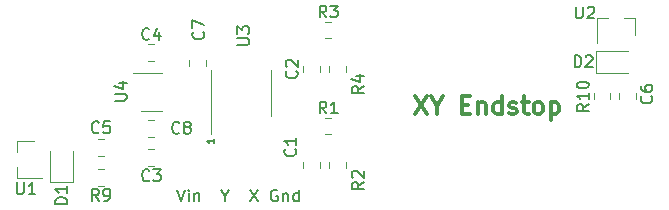
<source format=gbr>
G04 #@! TF.GenerationSoftware,KiCad,Pcbnew,(5.1.5)-3*
G04 #@! TF.CreationDate,2020-07-03T20:52:06-04:00*
G04 #@! TF.ProjectId,HallEffectXY-Endstop,48616c6c-4566-4666-9563-7458592d456e,A*
G04 #@! TF.SameCoordinates,Original*
G04 #@! TF.FileFunction,Legend,Top*
G04 #@! TF.FilePolarity,Positive*
%FSLAX46Y46*%
G04 Gerber Fmt 4.6, Leading zero omitted, Abs format (unit mm)*
G04 Created by KiCad (PCBNEW (5.1.5)-3) date 2020-07-03 20:52:06*
%MOMM*%
%LPD*%
G04 APERTURE LIST*
%ADD10C,0.150000*%
%ADD11C,0.300000*%
%ADD12C,0.120000*%
G04 APERTURE END LIST*
D10*
X137361904Y-109384380D02*
X137695238Y-110384380D01*
X138028571Y-109384380D01*
X138361904Y-110384380D02*
X138361904Y-109717714D01*
X138361904Y-109384380D02*
X138314285Y-109432000D01*
X138361904Y-109479619D01*
X138409523Y-109432000D01*
X138361904Y-109384380D01*
X138361904Y-109479619D01*
X138838095Y-109717714D02*
X138838095Y-110384380D01*
X138838095Y-109812952D02*
X138885714Y-109765333D01*
X138980952Y-109717714D01*
X139123809Y-109717714D01*
X139219047Y-109765333D01*
X139266666Y-109860571D01*
X139266666Y-110384380D01*
X141457142Y-109908190D02*
X141457142Y-110384380D01*
X141123809Y-109384380D02*
X141457142Y-109908190D01*
X141790476Y-109384380D01*
X143552380Y-109384380D02*
X144219047Y-110384380D01*
X144219047Y-109384380D02*
X143552380Y-110384380D01*
X145885714Y-109432000D02*
X145790476Y-109384380D01*
X145647619Y-109384380D01*
X145504761Y-109432000D01*
X145409523Y-109527238D01*
X145361904Y-109622476D01*
X145314285Y-109812952D01*
X145314285Y-109955809D01*
X145361904Y-110146285D01*
X145409523Y-110241523D01*
X145504761Y-110336761D01*
X145647619Y-110384380D01*
X145742857Y-110384380D01*
X145885714Y-110336761D01*
X145933333Y-110289142D01*
X145933333Y-109955809D01*
X145742857Y-109955809D01*
X146361904Y-109717714D02*
X146361904Y-110384380D01*
X146361904Y-109812952D02*
X146409523Y-109765333D01*
X146504761Y-109717714D01*
X146647619Y-109717714D01*
X146742857Y-109765333D01*
X146790476Y-109860571D01*
X146790476Y-110384380D01*
X147695238Y-110384380D02*
X147695238Y-109384380D01*
X147695238Y-110336761D02*
X147600000Y-110384380D01*
X147409523Y-110384380D01*
X147314285Y-110336761D01*
X147266666Y-110289142D01*
X147219047Y-110193904D01*
X147219047Y-109908190D01*
X147266666Y-109812952D01*
X147314285Y-109765333D01*
X147409523Y-109717714D01*
X147600000Y-109717714D01*
X147695238Y-109765333D01*
X140531428Y-105092571D02*
X140531428Y-105435428D01*
X140531428Y-105264000D02*
X139931428Y-105264000D01*
X140017142Y-105321142D01*
X140074285Y-105378285D01*
X140102857Y-105435428D01*
D11*
X157513142Y-101503071D02*
X158513142Y-103003071D01*
X158513142Y-101503071D02*
X157513142Y-103003071D01*
X159370285Y-102288785D02*
X159370285Y-103003071D01*
X158870285Y-101503071D02*
X159370285Y-102288785D01*
X159870285Y-101503071D01*
X161513142Y-102217357D02*
X162013142Y-102217357D01*
X162227428Y-103003071D02*
X161513142Y-103003071D01*
X161513142Y-101503071D01*
X162227428Y-101503071D01*
X162870285Y-102003071D02*
X162870285Y-103003071D01*
X162870285Y-102145928D02*
X162941714Y-102074500D01*
X163084571Y-102003071D01*
X163298857Y-102003071D01*
X163441714Y-102074500D01*
X163513142Y-102217357D01*
X163513142Y-103003071D01*
X164870285Y-103003071D02*
X164870285Y-101503071D01*
X164870285Y-102931642D02*
X164727428Y-103003071D01*
X164441714Y-103003071D01*
X164298857Y-102931642D01*
X164227428Y-102860214D01*
X164156000Y-102717357D01*
X164156000Y-102288785D01*
X164227428Y-102145928D01*
X164298857Y-102074500D01*
X164441714Y-102003071D01*
X164727428Y-102003071D01*
X164870285Y-102074500D01*
X165513142Y-102931642D02*
X165656000Y-103003071D01*
X165941714Y-103003071D01*
X166084571Y-102931642D01*
X166156000Y-102788785D01*
X166156000Y-102717357D01*
X166084571Y-102574500D01*
X165941714Y-102503071D01*
X165727428Y-102503071D01*
X165584571Y-102431642D01*
X165513142Y-102288785D01*
X165513142Y-102217357D01*
X165584571Y-102074500D01*
X165727428Y-102003071D01*
X165941714Y-102003071D01*
X166084571Y-102074500D01*
X166584571Y-102003071D02*
X167156000Y-102003071D01*
X166798857Y-101503071D02*
X166798857Y-102788785D01*
X166870285Y-102931642D01*
X167013142Y-103003071D01*
X167156000Y-103003071D01*
X167870285Y-103003071D02*
X167727428Y-102931642D01*
X167656000Y-102860214D01*
X167584571Y-102717357D01*
X167584571Y-102288785D01*
X167656000Y-102145928D01*
X167727428Y-102074500D01*
X167870285Y-102003071D01*
X168084571Y-102003071D01*
X168227428Y-102074500D01*
X168298857Y-102145928D01*
X168370285Y-102288785D01*
X168370285Y-102717357D01*
X168298857Y-102860214D01*
X168227428Y-102931642D01*
X168084571Y-103003071D01*
X167870285Y-103003071D01*
X169013142Y-102003071D02*
X169013142Y-103503071D01*
X169013142Y-102074500D02*
X169156000Y-102003071D01*
X169441714Y-102003071D01*
X169584571Y-102074500D01*
X169656000Y-102145928D01*
X169727428Y-102288785D01*
X169727428Y-102717357D01*
X169656000Y-102860214D01*
X169584571Y-102931642D01*
X169441714Y-103003071D01*
X169156000Y-103003071D01*
X169013142Y-102931642D01*
D12*
X149935422Y-103299000D02*
X150452578Y-103299000D01*
X149935422Y-104719000D02*
X150452578Y-104719000D01*
X151666000Y-107052422D02*
X151666000Y-107569578D01*
X150246000Y-107052422D02*
X150246000Y-107569578D01*
X149507000Y-107052422D02*
X149507000Y-107569578D01*
X148087000Y-107052422D02*
X148087000Y-107569578D01*
X126676500Y-106085000D02*
X126676500Y-108770000D01*
X126676500Y-108770000D02*
X128596500Y-108770000D01*
X128596500Y-108770000D02*
X128596500Y-106085000D01*
X130679922Y-107645000D02*
X131197078Y-107645000D01*
X130679922Y-109065000D02*
X131197078Y-109065000D01*
X123828500Y-105251000D02*
X123828500Y-106181000D01*
X123828500Y-108411000D02*
X123828500Y-107481000D01*
X123828500Y-108411000D02*
X125988500Y-108411000D01*
X123828500Y-105251000D02*
X125288500Y-105251000D01*
X130679922Y-105105000D02*
X131197078Y-105105000D01*
X130679922Y-106525000D02*
X131197078Y-106525000D01*
X145360000Y-101200000D02*
X145360000Y-99250000D01*
X145360000Y-101200000D02*
X145360000Y-103150000D01*
X140240000Y-101200000D02*
X140240000Y-99250000D01*
X140240000Y-101200000D02*
X140240000Y-104650000D01*
X136108000Y-99478000D02*
X133658000Y-99478000D01*
X134308000Y-102698000D02*
X136108000Y-102698000D01*
X176130000Y-94852000D02*
X176130000Y-96312000D01*
X172970000Y-94852000D02*
X172970000Y-97012000D01*
X172970000Y-94852000D02*
X173900000Y-94852000D01*
X176130000Y-94852000D02*
X175200000Y-94852000D01*
X172661500Y-101240422D02*
X172661500Y-101757578D01*
X174081500Y-101240422D02*
X174081500Y-101757578D01*
X150246000Y-98924422D02*
X150246000Y-99441578D01*
X151666000Y-98924422D02*
X151666000Y-99441578D01*
X149935422Y-96591000D02*
X150452578Y-96591000D01*
X149935422Y-95171000D02*
X150452578Y-95171000D01*
X172893000Y-99538000D02*
X175578000Y-99538000D01*
X172893000Y-97618000D02*
X172893000Y-99538000D01*
X175578000Y-97618000D02*
X172893000Y-97618000D01*
X134921422Y-104958000D02*
X135438578Y-104958000D01*
X134921422Y-103538000D02*
X135438578Y-103538000D01*
X138390000Y-98401422D02*
X138390000Y-98918578D01*
X139810000Y-98401422D02*
X139810000Y-98918578D01*
X174820500Y-101240422D02*
X174820500Y-101757578D01*
X176240500Y-101240422D02*
X176240500Y-101757578D01*
X135466578Y-97076000D02*
X134949422Y-97076000D01*
X135466578Y-98496000D02*
X134949422Y-98496000D01*
X134921422Y-107396400D02*
X135438578Y-107396400D01*
X134921422Y-105976400D02*
X135438578Y-105976400D01*
X148087000Y-98924422D02*
X148087000Y-99441578D01*
X149507000Y-98924422D02*
X149507000Y-99441578D01*
D10*
X150027333Y-102937380D02*
X149694000Y-102461190D01*
X149455904Y-102937380D02*
X149455904Y-101937380D01*
X149836857Y-101937380D01*
X149932095Y-101985000D01*
X149979714Y-102032619D01*
X150027333Y-102127857D01*
X150027333Y-102270714D01*
X149979714Y-102365952D01*
X149932095Y-102413571D01*
X149836857Y-102461190D01*
X149455904Y-102461190D01*
X150979714Y-102937380D02*
X150408285Y-102937380D01*
X150694000Y-102937380D02*
X150694000Y-101937380D01*
X150598761Y-102080238D01*
X150503523Y-102175476D01*
X150408285Y-102223095D01*
X153186380Y-108747666D02*
X152710190Y-109081000D01*
X153186380Y-109319095D02*
X152186380Y-109319095D01*
X152186380Y-108938142D01*
X152234000Y-108842904D01*
X152281619Y-108795285D01*
X152376857Y-108747666D01*
X152519714Y-108747666D01*
X152614952Y-108795285D01*
X152662571Y-108842904D01*
X152710190Y-108938142D01*
X152710190Y-109319095D01*
X152281619Y-108366714D02*
X152234000Y-108319095D01*
X152186380Y-108223857D01*
X152186380Y-107985761D01*
X152234000Y-107890523D01*
X152281619Y-107842904D01*
X152376857Y-107795285D01*
X152472095Y-107795285D01*
X152614952Y-107842904D01*
X153186380Y-108414333D01*
X153186380Y-107795285D01*
X147376142Y-105953666D02*
X147423761Y-106001285D01*
X147471380Y-106144142D01*
X147471380Y-106239380D01*
X147423761Y-106382238D01*
X147328523Y-106477476D01*
X147233285Y-106525095D01*
X147042809Y-106572714D01*
X146899952Y-106572714D01*
X146709476Y-106525095D01*
X146614238Y-106477476D01*
X146519000Y-106382238D01*
X146471380Y-106239380D01*
X146471380Y-106144142D01*
X146519000Y-106001285D01*
X146566619Y-105953666D01*
X147471380Y-105001285D02*
X147471380Y-105572714D01*
X147471380Y-105287000D02*
X146471380Y-105287000D01*
X146614238Y-105382238D01*
X146709476Y-105477476D01*
X146757095Y-105572714D01*
X128088880Y-110617095D02*
X127088880Y-110617095D01*
X127088880Y-110379000D01*
X127136500Y-110236142D01*
X127231738Y-110140904D01*
X127326976Y-110093285D01*
X127517452Y-110045666D01*
X127660309Y-110045666D01*
X127850785Y-110093285D01*
X127946023Y-110140904D01*
X128041261Y-110236142D01*
X128088880Y-110379000D01*
X128088880Y-110617095D01*
X128088880Y-109093285D02*
X128088880Y-109664714D01*
X128088880Y-109379000D02*
X127088880Y-109379000D01*
X127231738Y-109474238D01*
X127326976Y-109569476D01*
X127374595Y-109664714D01*
X130771833Y-110331380D02*
X130438500Y-109855190D01*
X130200404Y-110331380D02*
X130200404Y-109331380D01*
X130581357Y-109331380D01*
X130676595Y-109379000D01*
X130724214Y-109426619D01*
X130771833Y-109521857D01*
X130771833Y-109664714D01*
X130724214Y-109759952D01*
X130676595Y-109807571D01*
X130581357Y-109855190D01*
X130200404Y-109855190D01*
X131248023Y-110331380D02*
X131438500Y-110331380D01*
X131533738Y-110283761D01*
X131581357Y-110236142D01*
X131676595Y-110093285D01*
X131724214Y-109902809D01*
X131724214Y-109521857D01*
X131676595Y-109426619D01*
X131628976Y-109379000D01*
X131533738Y-109331380D01*
X131343261Y-109331380D01*
X131248023Y-109379000D01*
X131200404Y-109426619D01*
X131152785Y-109521857D01*
X131152785Y-109759952D01*
X131200404Y-109855190D01*
X131248023Y-109902809D01*
X131343261Y-109950428D01*
X131533738Y-109950428D01*
X131628976Y-109902809D01*
X131676595Y-109855190D01*
X131724214Y-109759952D01*
X123826595Y-108783380D02*
X123826595Y-109592904D01*
X123874214Y-109688142D01*
X123921833Y-109735761D01*
X124017071Y-109783380D01*
X124207547Y-109783380D01*
X124302785Y-109735761D01*
X124350404Y-109688142D01*
X124398023Y-109592904D01*
X124398023Y-108783380D01*
X125398023Y-109783380D02*
X124826595Y-109783380D01*
X125112309Y-109783380D02*
X125112309Y-108783380D01*
X125017071Y-108926238D01*
X124921833Y-109021476D01*
X124826595Y-109069095D01*
X130771833Y-104522142D02*
X130724214Y-104569761D01*
X130581357Y-104617380D01*
X130486119Y-104617380D01*
X130343261Y-104569761D01*
X130248023Y-104474523D01*
X130200404Y-104379285D01*
X130152785Y-104188809D01*
X130152785Y-104045952D01*
X130200404Y-103855476D01*
X130248023Y-103760238D01*
X130343261Y-103665000D01*
X130486119Y-103617380D01*
X130581357Y-103617380D01*
X130724214Y-103665000D01*
X130771833Y-103712619D01*
X131676595Y-103617380D02*
X131200404Y-103617380D01*
X131152785Y-104093571D01*
X131200404Y-104045952D01*
X131295642Y-103998333D01*
X131533738Y-103998333D01*
X131628976Y-104045952D01*
X131676595Y-104093571D01*
X131724214Y-104188809D01*
X131724214Y-104426904D01*
X131676595Y-104522142D01*
X131628976Y-104569761D01*
X131533738Y-104617380D01*
X131295642Y-104617380D01*
X131200404Y-104569761D01*
X131152785Y-104522142D01*
X142506380Y-97135904D02*
X143315904Y-97135904D01*
X143411142Y-97088285D01*
X143458761Y-97040666D01*
X143506380Y-96945428D01*
X143506380Y-96754952D01*
X143458761Y-96659714D01*
X143411142Y-96612095D01*
X143315904Y-96564476D01*
X142506380Y-96564476D01*
X142506380Y-96183523D02*
X142506380Y-95564476D01*
X142887333Y-95897809D01*
X142887333Y-95754952D01*
X142934952Y-95659714D01*
X142982571Y-95612095D01*
X143077809Y-95564476D01*
X143315904Y-95564476D01*
X143411142Y-95612095D01*
X143458761Y-95659714D01*
X143506380Y-95754952D01*
X143506380Y-96040666D01*
X143458761Y-96135904D01*
X143411142Y-96183523D01*
X132120380Y-101849904D02*
X132929904Y-101849904D01*
X133025142Y-101802285D01*
X133072761Y-101754666D01*
X133120380Y-101659428D01*
X133120380Y-101468952D01*
X133072761Y-101373714D01*
X133025142Y-101326095D01*
X132929904Y-101278476D01*
X132120380Y-101278476D01*
X132453714Y-100373714D02*
X133120380Y-100373714D01*
X132072761Y-100611809D02*
X132787047Y-100849904D01*
X132787047Y-100230857D01*
X171149095Y-93902880D02*
X171149095Y-94712404D01*
X171196714Y-94807642D01*
X171244333Y-94855261D01*
X171339571Y-94902880D01*
X171530047Y-94902880D01*
X171625285Y-94855261D01*
X171672904Y-94807642D01*
X171720523Y-94712404D01*
X171720523Y-93902880D01*
X172149095Y-93998119D02*
X172196714Y-93950500D01*
X172291952Y-93902880D01*
X172530047Y-93902880D01*
X172625285Y-93950500D01*
X172672904Y-93998119D01*
X172720523Y-94093357D01*
X172720523Y-94188595D01*
X172672904Y-94331452D01*
X172101476Y-94902880D01*
X172720523Y-94902880D01*
X172236380Y-102141857D02*
X171760190Y-102475190D01*
X172236380Y-102713285D02*
X171236380Y-102713285D01*
X171236380Y-102332333D01*
X171284000Y-102237095D01*
X171331619Y-102189476D01*
X171426857Y-102141857D01*
X171569714Y-102141857D01*
X171664952Y-102189476D01*
X171712571Y-102237095D01*
X171760190Y-102332333D01*
X171760190Y-102713285D01*
X172236380Y-101189476D02*
X172236380Y-101760904D01*
X172236380Y-101475190D02*
X171236380Y-101475190D01*
X171379238Y-101570428D01*
X171474476Y-101665666D01*
X171522095Y-101760904D01*
X171236380Y-100570428D02*
X171236380Y-100475190D01*
X171284000Y-100379952D01*
X171331619Y-100332333D01*
X171426857Y-100284714D01*
X171617333Y-100237095D01*
X171855428Y-100237095D01*
X172045904Y-100284714D01*
X172141142Y-100332333D01*
X172188761Y-100379952D01*
X172236380Y-100475190D01*
X172236380Y-100570428D01*
X172188761Y-100665666D01*
X172141142Y-100713285D01*
X172045904Y-100760904D01*
X171855428Y-100808523D01*
X171617333Y-100808523D01*
X171426857Y-100760904D01*
X171331619Y-100713285D01*
X171284000Y-100665666D01*
X171236380Y-100570428D01*
X153186380Y-100619666D02*
X152710190Y-100953000D01*
X153186380Y-101191095D02*
X152186380Y-101191095D01*
X152186380Y-100810142D01*
X152234000Y-100714904D01*
X152281619Y-100667285D01*
X152376857Y-100619666D01*
X152519714Y-100619666D01*
X152614952Y-100667285D01*
X152662571Y-100714904D01*
X152710190Y-100810142D01*
X152710190Y-101191095D01*
X152519714Y-99762523D02*
X153186380Y-99762523D01*
X152138761Y-100000619D02*
X152853047Y-100238714D01*
X152853047Y-99619666D01*
X150027333Y-94809380D02*
X149694000Y-94333190D01*
X149455904Y-94809380D02*
X149455904Y-93809380D01*
X149836857Y-93809380D01*
X149932095Y-93857000D01*
X149979714Y-93904619D01*
X150027333Y-93999857D01*
X150027333Y-94142714D01*
X149979714Y-94237952D01*
X149932095Y-94285571D01*
X149836857Y-94333190D01*
X149455904Y-94333190D01*
X150360666Y-93809380D02*
X150979714Y-93809380D01*
X150646380Y-94190333D01*
X150789238Y-94190333D01*
X150884476Y-94237952D01*
X150932095Y-94285571D01*
X150979714Y-94380809D01*
X150979714Y-94618904D01*
X150932095Y-94714142D01*
X150884476Y-94761761D01*
X150789238Y-94809380D01*
X150503523Y-94809380D01*
X150408285Y-94761761D01*
X150360666Y-94714142D01*
X171045904Y-99030380D02*
X171045904Y-98030380D01*
X171284000Y-98030380D01*
X171426857Y-98078000D01*
X171522095Y-98173238D01*
X171569714Y-98268476D01*
X171617333Y-98458952D01*
X171617333Y-98601809D01*
X171569714Y-98792285D01*
X171522095Y-98887523D01*
X171426857Y-98982761D01*
X171284000Y-99030380D01*
X171045904Y-99030380D01*
X171998285Y-98125619D02*
X172045904Y-98078000D01*
X172141142Y-98030380D01*
X172379238Y-98030380D01*
X172474476Y-98078000D01*
X172522095Y-98125619D01*
X172569714Y-98220857D01*
X172569714Y-98316095D01*
X172522095Y-98458952D01*
X171950666Y-99030380D01*
X172569714Y-99030380D01*
X137581333Y-104557142D02*
X137533714Y-104604761D01*
X137390857Y-104652380D01*
X137295619Y-104652380D01*
X137152761Y-104604761D01*
X137057523Y-104509523D01*
X137009904Y-104414285D01*
X136962285Y-104223809D01*
X136962285Y-104080952D01*
X137009904Y-103890476D01*
X137057523Y-103795238D01*
X137152761Y-103700000D01*
X137295619Y-103652380D01*
X137390857Y-103652380D01*
X137533714Y-103700000D01*
X137581333Y-103747619D01*
X138152761Y-104080952D02*
X138057523Y-104033333D01*
X138009904Y-103985714D01*
X137962285Y-103890476D01*
X137962285Y-103842857D01*
X138009904Y-103747619D01*
X138057523Y-103700000D01*
X138152761Y-103652380D01*
X138343238Y-103652380D01*
X138438476Y-103700000D01*
X138486095Y-103747619D01*
X138533714Y-103842857D01*
X138533714Y-103890476D01*
X138486095Y-103985714D01*
X138438476Y-104033333D01*
X138343238Y-104080952D01*
X138152761Y-104080952D01*
X138057523Y-104128571D01*
X138009904Y-104176190D01*
X137962285Y-104271428D01*
X137962285Y-104461904D01*
X138009904Y-104557142D01*
X138057523Y-104604761D01*
X138152761Y-104652380D01*
X138343238Y-104652380D01*
X138438476Y-104604761D01*
X138486095Y-104557142D01*
X138533714Y-104461904D01*
X138533714Y-104271428D01*
X138486095Y-104176190D01*
X138438476Y-104128571D01*
X138343238Y-104080952D01*
X139601142Y-96046666D02*
X139648761Y-96094285D01*
X139696380Y-96237142D01*
X139696380Y-96332380D01*
X139648761Y-96475238D01*
X139553523Y-96570476D01*
X139458285Y-96618095D01*
X139267809Y-96665714D01*
X139124952Y-96665714D01*
X138934476Y-96618095D01*
X138839238Y-96570476D01*
X138744000Y-96475238D01*
X138696380Y-96332380D01*
X138696380Y-96237142D01*
X138744000Y-96094285D01*
X138791619Y-96046666D01*
X138696380Y-95713333D02*
X138696380Y-95046666D01*
X139696380Y-95475238D01*
X177538642Y-101475166D02*
X177586261Y-101522785D01*
X177633880Y-101665642D01*
X177633880Y-101760880D01*
X177586261Y-101903738D01*
X177491023Y-101998976D01*
X177395785Y-102046595D01*
X177205309Y-102094214D01*
X177062452Y-102094214D01*
X176871976Y-102046595D01*
X176776738Y-101998976D01*
X176681500Y-101903738D01*
X176633880Y-101760880D01*
X176633880Y-101665642D01*
X176681500Y-101522785D01*
X176729119Y-101475166D01*
X176633880Y-100618023D02*
X176633880Y-100808500D01*
X176681500Y-100903738D01*
X176729119Y-100951357D01*
X176871976Y-101046595D01*
X177062452Y-101094214D01*
X177443404Y-101094214D01*
X177538642Y-101046595D01*
X177586261Y-100998976D01*
X177633880Y-100903738D01*
X177633880Y-100713261D01*
X177586261Y-100618023D01*
X177538642Y-100570404D01*
X177443404Y-100522785D01*
X177205309Y-100522785D01*
X177110071Y-100570404D01*
X177062452Y-100618023D01*
X177014833Y-100713261D01*
X177014833Y-100903738D01*
X177062452Y-100998976D01*
X177110071Y-101046595D01*
X177205309Y-101094214D01*
X135041333Y-96619142D02*
X134993714Y-96666761D01*
X134850857Y-96714380D01*
X134755619Y-96714380D01*
X134612761Y-96666761D01*
X134517523Y-96571523D01*
X134469904Y-96476285D01*
X134422285Y-96285809D01*
X134422285Y-96142952D01*
X134469904Y-95952476D01*
X134517523Y-95857238D01*
X134612761Y-95762000D01*
X134755619Y-95714380D01*
X134850857Y-95714380D01*
X134993714Y-95762000D01*
X135041333Y-95809619D01*
X135898476Y-96047714D02*
X135898476Y-96714380D01*
X135660380Y-95666761D02*
X135422285Y-96381047D01*
X136041333Y-96381047D01*
X135041333Y-108587142D02*
X134993714Y-108634761D01*
X134850857Y-108682380D01*
X134755619Y-108682380D01*
X134612761Y-108634761D01*
X134517523Y-108539523D01*
X134469904Y-108444285D01*
X134422285Y-108253809D01*
X134422285Y-108110952D01*
X134469904Y-107920476D01*
X134517523Y-107825238D01*
X134612761Y-107730000D01*
X134755619Y-107682380D01*
X134850857Y-107682380D01*
X134993714Y-107730000D01*
X135041333Y-107777619D01*
X135374666Y-107682380D02*
X135993714Y-107682380D01*
X135660380Y-108063333D01*
X135803238Y-108063333D01*
X135898476Y-108110952D01*
X135946095Y-108158571D01*
X135993714Y-108253809D01*
X135993714Y-108491904D01*
X135946095Y-108587142D01*
X135898476Y-108634761D01*
X135803238Y-108682380D01*
X135517523Y-108682380D01*
X135422285Y-108634761D01*
X135374666Y-108587142D01*
X147503142Y-99349666D02*
X147550761Y-99397285D01*
X147598380Y-99540142D01*
X147598380Y-99635380D01*
X147550761Y-99778238D01*
X147455523Y-99873476D01*
X147360285Y-99921095D01*
X147169809Y-99968714D01*
X147026952Y-99968714D01*
X146836476Y-99921095D01*
X146741238Y-99873476D01*
X146646000Y-99778238D01*
X146598380Y-99635380D01*
X146598380Y-99540142D01*
X146646000Y-99397285D01*
X146693619Y-99349666D01*
X146693619Y-98968714D02*
X146646000Y-98921095D01*
X146598380Y-98825857D01*
X146598380Y-98587761D01*
X146646000Y-98492523D01*
X146693619Y-98444904D01*
X146788857Y-98397285D01*
X146884095Y-98397285D01*
X147026952Y-98444904D01*
X147598380Y-99016333D01*
X147598380Y-98397285D01*
M02*

</source>
